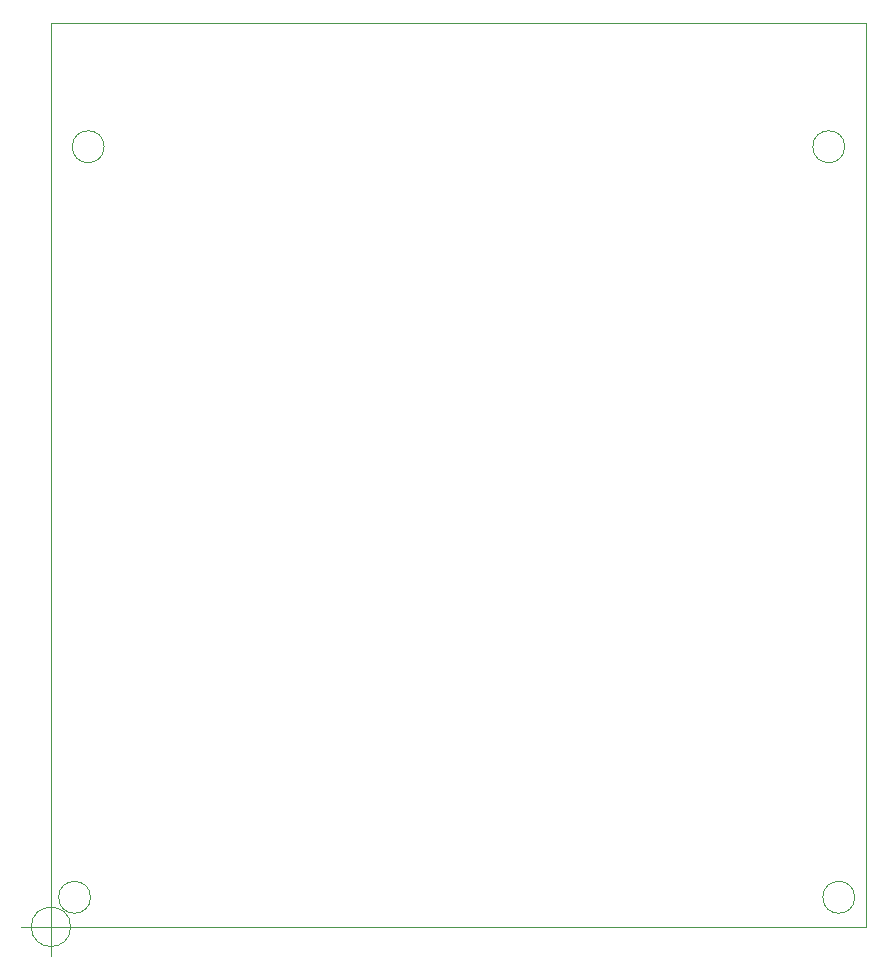
<source format=gbr>
G04 #@! TF.GenerationSoftware,KiCad,Pcbnew,(6.0.4-0)*
G04 #@! TF.CreationDate,2022-07-08T14:42:33+02:00*
G04 #@! TF.ProjectId,adapter_hybrid_assistor_hpc_3HDMI,61646170-7465-4725-9f68-79627269645f,rev?*
G04 #@! TF.SameCoordinates,Original*
G04 #@! TF.FileFunction,Profile,NP*
%FSLAX46Y46*%
G04 Gerber Fmt 4.6, Leading zero omitted, Abs format (unit mm)*
G04 Created by KiCad (PCBNEW (6.0.4-0)) date 2022-07-08 14:42:33*
%MOMM*%
%LPD*%
G01*
G04 APERTURE LIST*
G04 #@! TA.AperFunction,Profile*
%ADD10C,0.100000*%
G04 #@! TD*
G04 #@! TA.AperFunction,Profile*
%ADD11C,0.050000*%
G04 #@! TD*
G04 APERTURE END LIST*
D10*
X100000000Y-100000000D02*
X100000000Y-176500000D01*
X100000000Y-176500000D02*
X169000000Y-176500000D01*
X169000000Y-100000000D02*
X169000000Y-176500000D01*
X100000000Y-100000000D02*
X169000000Y-100000000D01*
D11*
X168050000Y-174000000D02*
G75*
G03*
X168050000Y-174000000I-1350000J0D01*
G01*
X103350000Y-174000000D02*
G75*
G03*
X103350000Y-174000000I-1350000J0D01*
G01*
X104500000Y-110450000D02*
G75*
G03*
X104500000Y-110450000I-1350000J0D01*
G01*
X167200000Y-110450000D02*
G75*
G03*
X167200000Y-110450000I-1350000J0D01*
G01*
X101666666Y-176500000D02*
G75*
G03*
X101666666Y-176500000I-1666666J0D01*
G01*
X97500000Y-176500000D02*
X102500000Y-176500000D01*
X100000000Y-174000000D02*
X100000000Y-179000000D01*
X101666666Y-176500000D02*
G75*
G03*
X101666666Y-176500000I-1666666J0D01*
G01*
X97500000Y-176500000D02*
X102500000Y-176500000D01*
X100000000Y-174000000D02*
X100000000Y-179000000D01*
X101666666Y-176500000D02*
G75*
G03*
X101666666Y-176500000I-1666666J0D01*
G01*
X97500000Y-176500000D02*
X102500000Y-176500000D01*
X100000000Y-174000000D02*
X100000000Y-179000000D01*
M02*

</source>
